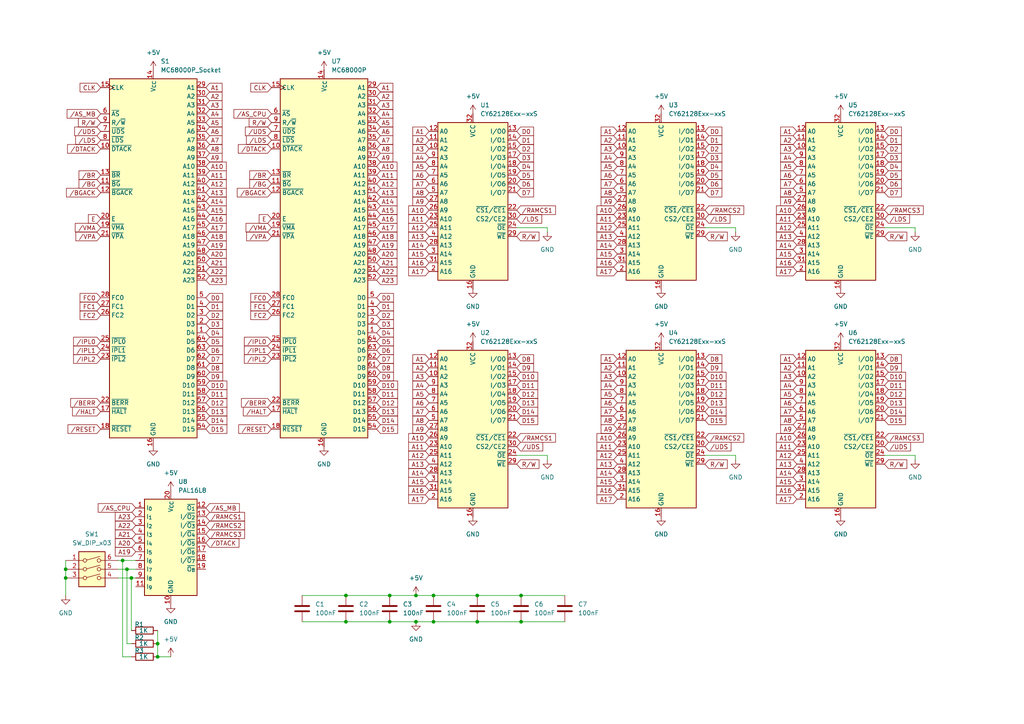
<source format=kicad_sch>
(kicad_sch (version 20250114) (generator "eeschema") (generator_version "9.0")
  (paper "A4")
  (title_block (title "Ranger Memory expansion") (date "2025-10-01") (rev "0.1"))
  (junction (at 100.33 180.34))
  (junction (at 138.43 172.72))
  (junction (at 138.43 180.34))
  (junction (at 35.56 162.56))
  (junction (at 100.33 172.72))
  (junction (at 113.03 172.72))
  (junction (at 19.05 165.1))
  (junction (at 38.1 167.64))
  (junction (at 125.73 172.72))
  (junction (at 120.65 172.72))
  (junction (at 151.13 180.34))
  (junction (at 125.73 180.34))
  (junction (at 120.65 180.34))
  (junction (at 45.72 186.69))
  (junction (at 36.83 165.1))
  (junction (at 45.72 190.5))
  (junction (at 151.13 172.72))
  (junction (at 113.03 180.34))
  (junction (at 19.05 167.64))
  (wire (pts (xy 100.33 180.34) (xy 113.03 180.34)))
  (wire (pts (xy 45.72 182.88) (xy 45.72 186.69)))
  (wire (pts (xy 38.1 167.64) (xy 38.1 182.88)))
  (wire (pts (xy 38.1 190.5) (xy 35.56 190.5)))
  (wire (pts (xy 138.43 172.72) (xy 151.13 172.72)))
  (wire (pts (xy 158.75 132.08) (xy 158.75 133.35)))
  (wire (pts (xy 256.54 66.04) (xy 265.43 66.04)))
  (wire (pts (xy 38.1 167.64) (xy 39.37 167.64)))
  (wire (pts (xy 151.13 180.34) (xy 163.83 180.34)))
  (wire (pts (xy 265.43 66.04) (xy 265.43 67.31)))
  (wire (pts (xy 256.54 132.08) (xy 265.43 132.08)))
  (wire (pts (xy 120.65 180.34) (xy 125.73 180.34)))
  (wire (pts (xy 45.72 190.5) (xy 49.53 190.5)))
  (wire (pts (xy 158.75 66.04) (xy 158.75 67.31)))
  (wire (pts (xy 36.83 186.69) (xy 38.1 186.69)))
  (wire (pts (xy 125.73 172.72) (xy 138.43 172.72)))
  (wire (pts (xy 113.03 172.72) (xy 120.65 172.72)))
  (wire (pts (xy 149.86 132.08) (xy 158.75 132.08)))
  (wire (pts (xy 19.05 167.64) (xy 19.05 172.72)))
  (wire (pts (xy 35.56 162.56) (xy 35.56 190.5)))
  (wire (pts (xy 149.86 66.04) (xy 158.75 66.04)))
  (wire (pts (xy 125.73 180.34) (xy 138.43 180.34)))
  (wire (pts (xy 36.83 165.1) (xy 36.83 186.69)))
  (wire (pts (xy 113.03 180.34) (xy 120.65 180.34)))
  (wire (pts (xy 36.83 165.1) (xy 39.37 165.1)))
  (wire (pts (xy 265.43 132.08) (xy 265.43 133.35)))
  (wire (pts (xy 204.47 132.08) (xy 213.36 132.08)))
  (wire (pts (xy 34.29 165.1) (xy 36.83 165.1)))
  (wire (pts (xy 213.36 132.08) (xy 213.36 133.35)))
  (wire (pts (xy 87.63 172.72) (xy 100.33 172.72)))
  (wire (pts (xy 213.36 66.04) (xy 213.36 67.31)))
  (wire (pts (xy 34.29 167.64) (xy 38.1 167.64)))
  (wire (pts (xy 45.72 186.69) (xy 45.72 190.5)))
  (wire (pts (xy 19.05 165.1) (xy 19.05 167.64)))
  (wire (pts (xy 34.29 162.56) (xy 35.56 162.56)))
  (wire (pts (xy 138.43 180.34) (xy 151.13 180.34)))
  (wire (pts (xy 35.56 162.56) (xy 39.37 162.56)))
  (wire (pts (xy 19.05 162.56) (xy 19.05 165.1)))
  (wire (pts (xy 100.33 172.72) (xy 113.03 172.72)))
  (wire (pts (xy 87.63 180.34) (xy 100.33 180.34)))
  (wire (pts (xy 204.47 66.04) (xy 213.36 66.04)))
  (wire (pts (xy 151.13 172.72) (xy 163.83 172.72)))
  (wire (pts (xy 120.65 172.72) (xy 125.73 172.72)))
  (global_label "D8" (shape input) (at 256.54 104.14 0) (property "Intersheetrefs" "${INTERSHEET_REFS}" (effects (hide yes))))
  (global_label "A15" (shape input) (at 124.46 139.7 180) (property "Intersheetrefs" "${INTERSHEET_REFS}" (effects (hide yes))))
  (global_label "A3" (shape input) (at 124.46 109.22 180) (property "Intersheetrefs" "${INTERSHEET_REFS}" (effects (hide yes))))
  (global_label "A7" (shape input) (at 179.07 53.34 180) (property "Intersheetrefs" "${INTERSHEET_REFS}" (effects (hide yes))))
  (global_label "A12" (shape input) (at 179.07 132.08 180) (property "Intersheetrefs" "${INTERSHEET_REFS}" (effects (hide yes))))
  (global_label "E" (shape input) (at 29.21 63.5 180) (property "Intersheetrefs" "${INTERSHEET_REFS}" (effects (hide yes))))
  (global_label "D9" (shape input) (at 149.86 106.68 0) (property "Intersheetrefs" "${INTERSHEET_REFS}" (effects (hide yes))))
  (global_label "D2" (shape input) (at 204.47 43.18 0) (property "Intersheetrefs" "${INTERSHEET_REFS}" (effects (hide yes))))
  (global_label "CLK" (shape input) (at 29.21 25.4 180) (property "Intersheetrefs" "${INTERSHEET_REFS}" (effects (hide yes))))
  (global_label "A8" (shape input) (at 179.07 55.88 180) (property "Intersheetrefs" "${INTERSHEET_REFS}" (effects (hide yes))))
  (global_label "D1" (shape input) (at 59.69 88.9 0) (property "Intersheetrefs" "${INTERSHEET_REFS}" (effects (hide yes))))
  (global_label "A18" (shape input) (at 59.69 68.58 0) (property "Intersheetrefs" "${INTERSHEET_REFS}" (effects (hide yes))))
  (global_label "A4" (shape input) (at 179.07 111.76 180) (property "Intersheetrefs" "${INTERSHEET_REFS}" (effects (hide yes))))
  (global_label "D7" (shape input) (at 59.69 104.14 0) (property "Intersheetrefs" "${INTERSHEET_REFS}" (effects (hide yes))))
  (global_label "D1" (shape input) (at 149.86 40.64 0) (property "Intersheetrefs" "${INTERSHEET_REFS}" (effects (hide yes))))
  (global_label "A14" (shape input) (at 179.07 71.12 180) (property "Intersheetrefs" "${INTERSHEET_REFS}" (effects (hide yes))))
  (global_label "D4" (shape input) (at 59.69 96.52 0) (property "Intersheetrefs" "${INTERSHEET_REFS}" (effects (hide yes))))
  (global_label "A8" (shape input) (at 231.14 55.88 180) (property "Intersheetrefs" "${INTERSHEET_REFS}" (effects (hide yes))))
  (global_label "A2" (shape input) (at 179.07 40.64 180) (property "Intersheetrefs" "${INTERSHEET_REFS}" (effects (hide yes))))
  (global_label "D7" (shape input) (at 256.54 55.88 0) (property "Intersheetrefs" "${INTERSHEET_REFS}" (effects (hide yes))))
  (global_label "{slash}AS_CPU" (shape input) (at 78.74 33.02 180) (property "Intersheetrefs" "${INTERSHEET_REFS}" (effects (hide yes))))
  (global_label "D10" (shape input) (at 59.69 111.76 0) (property "Intersheetrefs" "${INTERSHEET_REFS}" (effects (hide yes))))
  (global_label "D6" (shape input) (at 256.54 53.34 0) (property "Intersheetrefs" "${INTERSHEET_REFS}" (effects (hide yes))))
  (global_label "A16" (shape input) (at 179.07 76.2 180) (property "Intersheetrefs" "${INTERSHEET_REFS}" (effects (hide yes))))
  (global_label "{slash}RAMCS3" (shape input) (at 256.54 127 0) (property "Intersheetrefs" "${INTERSHEET_REFS}" (effects (hide yes))))
  (global_label "D14" (shape input) (at 149.86 119.38 0) (property "Intersheetrefs" "${INTERSHEET_REFS}" (effects (hide yes))))
  (global_label "{slash}RESET" (shape input) (at 78.74 124.46 180) (property "Intersheetrefs" "${INTERSHEET_REFS}" (effects (hide yes))))
  (global_label "D14" (shape input) (at 256.54 119.38 0) (property "Intersheetrefs" "${INTERSHEET_REFS}" (effects (hide yes))))
  (global_label "A17" (shape input) (at 231.14 144.78 180) (property "Intersheetrefs" "${INTERSHEET_REFS}" (effects (hide yes))))
  (global_label "D3" (shape input) (at 204.47 45.72 0) (property "Intersheetrefs" "${INTERSHEET_REFS}" (effects (hide yes))))
  (global_label "D5" (shape input) (at 59.69 99.06 0) (property "Intersheetrefs" "${INTERSHEET_REFS}" (effects (hide yes))))
  (global_label "D10" (shape input) (at 149.86 109.22 0) (property "Intersheetrefs" "${INTERSHEET_REFS}" (effects (hide yes))))
  (global_label "A7" (shape input) (at 109.22 40.64 0) (property "Intersheetrefs" "${INTERSHEET_REFS}" (effects (hide yes))))
  (global_label "A5" (shape input) (at 231.14 48.26 180) (property "Intersheetrefs" "${INTERSHEET_REFS}" (effects (hide yes))))
  (global_label "A2" (shape input) (at 124.46 40.64 180) (property "Intersheetrefs" "${INTERSHEET_REFS}" (effects (hide yes))))
  (global_label "A1" (shape input) (at 231.14 38.1 180) (property "Intersheetrefs" "${INTERSHEET_REFS}" (effects (hide yes))))
  (global_label "A9" (shape input) (at 179.07 124.46 180) (property "Intersheetrefs" "${INTERSHEET_REFS}" (effects (hide yes))))
  (global_label "D11" (shape input) (at 256.54 111.76 0) (property "Intersheetrefs" "${INTERSHEET_REFS}" (effects (hide yes))))
  (global_label "A9" (shape input) (at 109.22 45.72 0) (property "Intersheetrefs" "${INTERSHEET_REFS}" (effects (hide yes))))
  (global_label "{slash}BGACK" (shape input) (at 29.21 55.88 180) (property "Intersheetrefs" "${INTERSHEET_REFS}" (effects (hide yes))))
  (global_label "A2" (shape input) (at 179.07 106.68 180) (property "Intersheetrefs" "${INTERSHEET_REFS}" (effects (hide yes))))
  (global_label "D3" (shape input) (at 59.69 93.98 0) (property "Intersheetrefs" "${INTERSHEET_REFS}" (effects (hide yes))))
  (global_label "D15" (shape input) (at 149.86 121.92 0) (property "Intersheetrefs" "${INTERSHEET_REFS}" (effects (hide yes))))
  (global_label "A15" (shape input) (at 109.22 60.96 0) (property "Intersheetrefs" "${INTERSHEET_REFS}" (effects (hide yes))))
  (global_label "A7" (shape input) (at 59.69 40.64 0) (property "Intersheetrefs" "${INTERSHEET_REFS}" (effects (hide yes))))
  (global_label "A5" (shape input) (at 109.22 35.56 0) (property "Intersheetrefs" "${INTERSHEET_REFS}" (effects (hide yes))))
  (global_label "A13" (shape input) (at 231.14 134.62 180) (property "Intersheetrefs" "${INTERSHEET_REFS}" (effects (hide yes))))
  (global_label "D15" (shape input) (at 109.22 124.46 0) (property "Intersheetrefs" "${INTERSHEET_REFS}" (effects (hide yes))))
  (global_label "D15" (shape input) (at 59.69 124.46 0) (property "Intersheetrefs" "${INTERSHEET_REFS}" (effects (hide yes))))
  (global_label "D7" (shape input) (at 204.47 55.88 0) (property "Intersheetrefs" "${INTERSHEET_REFS}" (effects (hide yes))))
  (global_label "A4" (shape input) (at 179.07 45.72 180) (property "Intersheetrefs" "${INTERSHEET_REFS}" (effects (hide yes))))
  (global_label "A6" (shape input) (at 179.07 50.8 180) (property "Intersheetrefs" "${INTERSHEET_REFS}" (effects (hide yes))))
  (global_label "{slash}AS_CPU" (shape input) (at 39.37 147.32 180) (property "Intersheetrefs" "${INTERSHEET_REFS}" (effects (hide yes))))
  (global_label "A23" (shape input) (at 59.69 81.28 0) (property "Intersheetrefs" "${INTERSHEET_REFS}" (effects (hide yes))))
  (global_label "A8" (shape input) (at 231.14 121.92 180) (property "Intersheetrefs" "${INTERSHEET_REFS}" (effects (hide yes))))
  (global_label "D12" (shape input) (at 59.69 116.84 0) (property "Intersheetrefs" "${INTERSHEET_REFS}" (effects (hide yes))))
  (global_label "D3" (shape input) (at 149.86 45.72 0) (property "Intersheetrefs" "${INTERSHEET_REFS}" (effects (hide yes))))
  (global_label "A21" (shape input) (at 109.22 76.2 0) (property "Intersheetrefs" "${INTERSHEET_REFS}" (effects (hide yes))))
  (global_label "{slash}AS_MB" (shape input) (at 59.69 147.32 0) (property "Intersheetrefs" "${INTERSHEET_REFS}" (effects (hide yes))))
  (global_label "A14" (shape input) (at 179.07 137.16 180) (property "Intersheetrefs" "${INTERSHEET_REFS}" (effects (hide yes))))
  (global_label "D13" (shape input) (at 149.86 116.84 0) (property "Intersheetrefs" "${INTERSHEET_REFS}" (effects (hide yes))))
  (global_label "A17" (shape input) (at 124.46 78.74 180) (property "Intersheetrefs" "${INTERSHEET_REFS}" (effects (hide yes))))
  (global_label "A4" (shape input) (at 59.69 33.02 0) (property "Intersheetrefs" "${INTERSHEET_REFS}" (effects (hide yes))))
  (global_label "A17" (shape input) (at 59.69 66.04 0) (property "Intersheetrefs" "${INTERSHEET_REFS}" (effects (hide yes))))
  (global_label "A13" (shape input) (at 179.07 68.58 180) (property "Intersheetrefs" "${INTERSHEET_REFS}" (effects (hide yes))))
  (global_label "D0" (shape input) (at 204.47 38.1 0) (property "Intersheetrefs" "${INTERSHEET_REFS}" (effects (hide yes))))
  (global_label "A17" (shape input) (at 109.22 66.04 0) (property "Intersheetrefs" "${INTERSHEET_REFS}" (effects (hide yes))))
  (global_label "A3" (shape input) (at 179.07 43.18 180) (property "Intersheetrefs" "${INTERSHEET_REFS}" (effects (hide yes))))
  (global_label "A10" (shape input) (at 179.07 60.96 180) (property "Intersheetrefs" "${INTERSHEET_REFS}" (effects (hide yes))))
  (global_label "{slash}IPL2" (shape input) (at 29.21 104.14 180) (property "Intersheetrefs" "${INTERSHEET_REFS}" (effects (hide yes))))
  (global_label "A7" (shape input) (at 231.14 119.38 180) (property "Intersheetrefs" "${INTERSHEET_REFS}" (effects (hide yes))))
  (global_label "D5" (shape input) (at 149.86 50.8 0) (property "Intersheetrefs" "${INTERSHEET_REFS}" (effects (hide yes))))
  (global_label "FC2" (shape input) (at 29.21 91.44 180) (property "Intersheetrefs" "${INTERSHEET_REFS}" (effects (hide yes))))
  (global_label "A11" (shape input) (at 59.69 50.8 0) (property "Intersheetrefs" "${INTERSHEET_REFS}" (effects (hide yes))))
  (global_label "D13" (shape input) (at 204.47 116.84 0) (property "Intersheetrefs" "${INTERSHEET_REFS}" (effects (hide yes))))
  (global_label "{slash}IPL1" (shape input) (at 29.21 101.6 180) (property "Intersheetrefs" "${INTERSHEET_REFS}" (effects (hide yes))))
  (global_label "A5" (shape input) (at 59.69 35.56 0) (property "Intersheetrefs" "${INTERSHEET_REFS}" (effects (hide yes))))
  (global_label "R{slash}W" (shape input) (at 78.74 35.56 180) (property "Intersheetrefs" "${INTERSHEET_REFS}" (effects (hide yes))))
  (global_label "R{slash}W" (shape input) (at 204.47 134.62 0) (property "Intersheetrefs" "${INTERSHEET_REFS}" (effects (hide yes))))
  (global_label "A2" (shape input) (at 124.46 106.68 180) (property "Intersheetrefs" "${INTERSHEET_REFS}" (effects (hide yes))))
  (global_label "D13" (shape input) (at 59.69 119.38 0) (property "Intersheetrefs" "${INTERSHEET_REFS}" (effects (hide yes))))
  (global_label "A16" (shape input) (at 109.22 63.5 0) (property "Intersheetrefs" "${INTERSHEET_REFS}" (effects (hide yes))))
  (global_label "R{slash}W" (shape input) (at 256.54 68.58 0) (property "Intersheetrefs" "${INTERSHEET_REFS}" (effects (hide yes))))
  (global_label "A20" (shape input) (at 59.69 73.66 0) (property "Intersheetrefs" "${INTERSHEET_REFS}" (effects (hide yes))))
  (global_label "A19" (shape input) (at 39.37 160.02 180) (property "Intersheetrefs" "${INTERSHEET_REFS}" (effects (hide yes))))
  (global_label "{slash}BGACK" (shape input) (at 78.74 55.88 180) (property "Intersheetrefs" "${INTERSHEET_REFS}" (effects (hide yes))))
  (global_label "A7" (shape input) (at 231.14 53.34 180) (property "Intersheetrefs" "${INTERSHEET_REFS}" (effects (hide yes))))
  (global_label "A5" (shape input) (at 179.07 114.3 180) (property "Intersheetrefs" "${INTERSHEET_REFS}" (effects (hide yes))))
  (global_label "D0" (shape input) (at 149.86 38.1 0) (property "Intersheetrefs" "${INTERSHEET_REFS}" (effects (hide yes))))
  (global_label "{slash}BERR" (shape input) (at 29.21 116.84 180) (property "Intersheetrefs" "${INTERSHEET_REFS}" (effects (hide yes))))
  (global_label "D1" (shape input) (at 109.22 88.9 0) (property "Intersheetrefs" "${INTERSHEET_REFS}" (effects (hide yes))))
  (global_label "{slash}RAMCS1" (shape input) (at 149.86 127 0) (property "Intersheetrefs" "${INTERSHEET_REFS}" (effects (hide yes))))
  (global_label "A12" (shape input) (at 179.07 66.04 180) (property "Intersheetrefs" "${INTERSHEET_REFS}" (effects (hide yes))))
  (global_label "D13" (shape input) (at 109.22 119.38 0) (property "Intersheetrefs" "${INTERSHEET_REFS}" (effects (hide yes))))
  (global_label "A19" (shape input) (at 59.69 71.12 0) (property "Intersheetrefs" "${INTERSHEET_REFS}" (effects (hide yes))))
  (global_label "A20" (shape input) (at 39.37 157.48 180) (property "Intersheetrefs" "${INTERSHEET_REFS}" (effects (hide yes))))
  (global_label "{slash}BG" (shape input) (at 29.21 53.34 180) (property "Intersheetrefs" "${INTERSHEET_REFS}" (effects (hide yes))))
  (global_label "{slash}RAMCS2" (shape input) (at 204.47 127 0) (property "Intersheetrefs" "${INTERSHEET_REFS}" (effects (hide yes))))
  (global_label "A14" (shape input) (at 124.46 71.12 180) (property "Intersheetrefs" "${INTERSHEET_REFS}" (effects (hide yes))))
  (global_label "A6" (shape input) (at 109.22 38.1 0) (property "Intersheetrefs" "${INTERSHEET_REFS}" (effects (hide yes))))
  (global_label "A13" (shape input) (at 59.69 55.88 0) (property "Intersheetrefs" "${INTERSHEET_REFS}" (effects (hide yes))))
  (global_label "A10" (shape input) (at 231.14 60.96 180) (property "Intersheetrefs" "${INTERSHEET_REFS}" (effects (hide yes))))
  (global_label "A11" (shape input) (at 124.46 129.54 180) (property "Intersheetrefs" "${INTERSHEET_REFS}" (effects (hide yes))))
  (global_label "A12" (shape input) (at 231.14 66.04 180) (property "Intersheetrefs" "${INTERSHEET_REFS}" (effects (hide yes))))
  (global_label "A3" (shape input) (at 124.46 43.18 180) (property "Intersheetrefs" "${INTERSHEET_REFS}" (effects (hide yes))))
  (global_label "A8" (shape input) (at 179.07 121.92 180) (property "Intersheetrefs" "${INTERSHEET_REFS}" (effects (hide yes))))
  (global_label "A9" (shape input) (at 124.46 58.42 180) (property "Intersheetrefs" "${INTERSHEET_REFS}" (effects (hide yes))))
  (global_label "D9" (shape input) (at 256.54 106.68 0) (property "Intersheetrefs" "${INTERSHEET_REFS}" (effects (hide yes))))
  (global_label "A5" (shape input) (at 124.46 114.3 180) (property "Intersheetrefs" "${INTERSHEET_REFS}" (effects (hide yes))))
  (global_label "D0" (shape input) (at 109.22 86.36 0) (property "Intersheetrefs" "${INTERSHEET_REFS}" (effects (hide yes))))
  (global_label "D1" (shape input) (at 256.54 40.64 0) (property "Intersheetrefs" "${INTERSHEET_REFS}" (effects (hide yes))))
  (global_label "A11" (shape input) (at 124.46 63.5 180) (property "Intersheetrefs" "${INTERSHEET_REFS}" (effects (hide yes))))
  (global_label "D6" (shape input) (at 59.69 101.6 0) (property "Intersheetrefs" "${INTERSHEET_REFS}" (effects (hide yes))))
  (global_label "{slash}UDS" (shape input) (at 204.47 129.54 0) (property "Intersheetrefs" "${INTERSHEET_REFS}" (effects (hide yes))))
  (global_label "A20" (shape input) (at 109.22 73.66 0) (property "Intersheetrefs" "${INTERSHEET_REFS}" (effects (hide yes))))
  (global_label "A17" (shape input) (at 124.46 144.78 180) (property "Intersheetrefs" "${INTERSHEET_REFS}" (effects (hide yes))))
  (global_label "{slash}IPL0" (shape input) (at 29.21 99.06 180) (property "Intersheetrefs" "${INTERSHEET_REFS}" (effects (hide yes))))
  (global_label "A13" (shape input) (at 179.07 134.62 180) (property "Intersheetrefs" "${INTERSHEET_REFS}" (effects (hide yes))))
  (global_label "A3" (shape input) (at 59.69 30.48 0) (property "Intersheetrefs" "${INTERSHEET_REFS}" (effects (hide yes))))
  (global_label "{slash}RAMCS1" (shape input) (at 149.86 60.96 0) (property "Intersheetrefs" "${INTERSHEET_REFS}" (effects (hide yes))))
  (global_label "D3" (shape input) (at 109.22 93.98 0) (property "Intersheetrefs" "${INTERSHEET_REFS}" (effects (hide yes))))
  (global_label "A3" (shape input) (at 179.07 109.22 180) (property "Intersheetrefs" "${INTERSHEET_REFS}" (effects (hide yes))))
  (global_label "A7" (shape input) (at 179.07 119.38 180) (property "Intersheetrefs" "${INTERSHEET_REFS}" (effects (hide yes))))
  (global_label "A1" (shape input) (at 109.22 25.4 0) (property "Intersheetrefs" "${INTERSHEET_REFS}" (effects (hide yes))))
  (global_label "{slash}AS_MB" (shape input) (at 29.21 33.02 180) (property "Intersheetrefs" "${INTERSHEET_REFS}" (effects (hide yes))))
  (global_label "A3" (shape input) (at 231.14 109.22 180) (property "Intersheetrefs" "${INTERSHEET_REFS}" (effects (hide yes))))
  (global_label "A15" (shape input) (at 179.07 73.66 180) (property "Intersheetrefs" "${INTERSHEET_REFS}" (effects (hide yes))))
  (global_label "A23" (shape input) (at 109.22 81.28 0) (property "Intersheetrefs" "${INTERSHEET_REFS}" (effects (hide yes))))
  (global_label "A14" (shape input) (at 231.14 137.16 180) (property "Intersheetrefs" "${INTERSHEET_REFS}" (effects (hide yes))))
  (global_label "D9" (shape input) (at 204.47 106.68 0) (property "Intersheetrefs" "${INTERSHEET_REFS}" (effects (hide yes))))
  (global_label "A14" (shape input) (at 109.22 58.42 0) (property "Intersheetrefs" "${INTERSHEET_REFS}" (effects (hide yes))))
  (global_label "{slash}LDS" (shape input) (at 149.86 63.5 0) (property "Intersheetrefs" "${INTERSHEET_REFS}" (effects (hide yes))))
  (global_label "A16" (shape input) (at 124.46 76.2 180) (property "Intersheetrefs" "${INTERSHEET_REFS}" (effects (hide yes))))
  (global_label "A1" (shape input) (at 124.46 104.14 180) (property "Intersheetrefs" "${INTERSHEET_REFS}" (effects (hide yes))))
  (global_label "A13" (shape input) (at 231.14 68.58 180) (property "Intersheetrefs" "${INTERSHEET_REFS}" (effects (hide yes))))
  (global_label "A16" (shape input) (at 179.07 142.24 180) (property "Intersheetrefs" "${INTERSHEET_REFS}" (effects (hide yes))))
  (global_label "{slash}VMA" (shape input) (at 29.21 66.04 180) (property "Intersheetrefs" "${INTERSHEET_REFS}" (effects (hide yes))))
  (global_label "D13" (shape input) (at 256.54 116.84 0) (property "Intersheetrefs" "${INTERSHEET_REFS}" (effects (hide yes))))
  (global_label "{slash}BR" (shape input) (at 78.74 50.8 180) (property "Intersheetrefs" "${INTERSHEET_REFS}" (effects (hide yes))))
  (global_label "A10" (shape input) (at 59.69 48.26 0) (property "Intersheetrefs" "${INTERSHEET_REFS}" (effects (hide yes))))
  (global_label "A5" (shape input) (at 231.14 114.3 180) (property "Intersheetrefs" "${INTERSHEET_REFS}" (effects (hide yes))))
  (global_label "A7" (shape input) (at 124.46 119.38 180) (property "Intersheetrefs" "${INTERSHEET_REFS}" (effects (hide yes))))
  (global_label "A2" (shape input) (at 231.14 106.68 180) (property "Intersheetrefs" "${INTERSHEET_REFS}" (effects (hide yes))))
  (global_label "A16" (shape input) (at 231.14 142.24 180) (property "Intersheetrefs" "${INTERSHEET_REFS}" (effects (hide yes))))
  (global_label "A11" (shape input) (at 179.07 129.54 180) (property "Intersheetrefs" "${INTERSHEET_REFS}" (effects (hide yes))))
  (global_label "A4" (shape input) (at 124.46 45.72 180) (property "Intersheetrefs" "${INTERSHEET_REFS}" (effects (hide yes))))
  (global_label "A11" (shape input) (at 231.14 63.5 180) (property "Intersheetrefs" "${INTERSHEET_REFS}" (effects (hide yes))))
  (global_label "{slash}BERR" (shape input) (at 78.74 116.84 180) (property "Intersheetrefs" "${INTERSHEET_REFS}" (effects (hide yes))))
  (global_label "A9" (shape input) (at 179.07 58.42 180) (property "Intersheetrefs" "${INTERSHEET_REFS}" (effects (hide yes))))
  (global_label "D3" (shape input) (at 256.54 45.72 0) (property "Intersheetrefs" "${INTERSHEET_REFS}" (effects (hide yes))))
  (global_label "A11" (shape input) (at 179.07 63.5 180) (property "Intersheetrefs" "${INTERSHEET_REFS}" (effects (hide yes))))
  (global_label "R{slash}W" (shape input) (at 149.86 68.58 0) (property "Intersheetrefs" "${INTERSHEET_REFS}" (effects (hide yes))))
  (global_label "A4" (shape input) (at 231.14 45.72 180) (property "Intersheetrefs" "${INTERSHEET_REFS}" (effects (hide yes))))
  (global_label "D4" (shape input) (at 204.47 48.26 0) (property "Intersheetrefs" "${INTERSHEET_REFS}" (effects (hide yes))))
  (global_label "{slash}VPA" (shape input) (at 29.21 68.58 180) (property "Intersheetrefs" "${INTERSHEET_REFS}" (effects (hide yes))))
  (global_label "A12" (shape input) (at 124.46 132.08 180) (property "Intersheetrefs" "${INTERSHEET_REFS}" (effects (hide yes))))
  (global_label "D8" (shape input) (at 59.69 106.68 0) (property "Intersheetrefs" "${INTERSHEET_REFS}" (effects (hide yes))))
  (global_label "A10" (shape input) (at 179.07 127 180) (property "Intersheetrefs" "${INTERSHEET_REFS}" (effects (hide yes))))
  (global_label "A15" (shape input) (at 231.14 139.7 180) (property "Intersheetrefs" "${INTERSHEET_REFS}" (effects (hide yes))))
  (global_label "{slash}RESET" (shape input) (at 29.21 124.46 180) (property "Intersheetrefs" "${INTERSHEET_REFS}" (effects (hide yes))))
  (global_label "{slash}UDS" (shape input) (at 29.21 38.1 180) (property "Intersheetrefs" "${INTERSHEET_REFS}" (effects (hide yes))))
  (global_label "FC0" (shape input) (at 29.21 86.36 180) (property "Intersheetrefs" "${INTERSHEET_REFS}" (effects (hide yes))))
  (global_label "D5" (shape input) (at 256.54 50.8 0) (property "Intersheetrefs" "${INTERSHEET_REFS}" (effects (hide yes))))
  (global_label "A22" (shape input) (at 59.69 78.74 0) (property "Intersheetrefs" "${INTERSHEET_REFS}" (effects (hide yes))))
  (global_label "A4" (shape input) (at 231.14 111.76 180) (property "Intersheetrefs" "${INTERSHEET_REFS}" (effects (hide yes))))
  (global_label "{slash}DTACK" (shape input) (at 29.21 43.18 180) (property "Intersheetrefs" "${INTERSHEET_REFS}" (effects (hide yes))))
  (global_label "A12" (shape input) (at 231.14 132.08 180) (property "Intersheetrefs" "${INTERSHEET_REFS}" (effects (hide yes))))
  (global_label "D9" (shape input) (at 109.22 109.22 0) (property "Intersheetrefs" "${INTERSHEET_REFS}" (effects (hide yes))))
  (global_label "A12" (shape input) (at 109.22 53.34 0) (property "Intersheetrefs" "${INTERSHEET_REFS}" (effects (hide yes))))
  (global_label "D11" (shape input) (at 204.47 111.76 0) (property "Intersheetrefs" "${INTERSHEET_REFS}" (effects (hide yes))))
  (global_label "A6" (shape input) (at 59.69 38.1 0) (property "Intersheetrefs" "${INTERSHEET_REFS}" (effects (hide yes))))
  (global_label "{slash}IPL0" (shape input) (at 78.74 99.06 180) (property "Intersheetrefs" "${INTERSHEET_REFS}" (effects (hide yes))))
  (global_label "A1" (shape input) (at 124.46 38.1 180) (property "Intersheetrefs" "${INTERSHEET_REFS}" (effects (hide yes))))
  (global_label "D5" (shape input) (at 109.22 99.06 0) (property "Intersheetrefs" "${INTERSHEET_REFS}" (effects (hide yes))))
  (global_label "D4" (shape input) (at 109.22 96.52 0) (property "Intersheetrefs" "${INTERSHEET_REFS}" (effects (hide yes))))
  (global_label "A19" (shape input) (at 109.22 71.12 0) (property "Intersheetrefs" "${INTERSHEET_REFS}" (effects (hide yes))))
  (global_label "A4" (shape input) (at 109.22 33.02 0) (property "Intersheetrefs" "${INTERSHEET_REFS}" (effects (hide yes))))
  (global_label "A5" (shape input) (at 124.46 48.26 180) (property "Intersheetrefs" "${INTERSHEET_REFS}" (effects (hide yes))))
  (global_label "R{slash}W" (shape input) (at 149.86 134.62 0) (property "Intersheetrefs" "${INTERSHEET_REFS}" (effects (hide yes))))
  (global_label "D6" (shape input) (at 149.86 53.34 0) (property "Intersheetrefs" "${INTERSHEET_REFS}" (effects (hide yes))))
  (global_label "{slash}RAMCS2" (shape input) (at 59.69 152.4 0) (property "Intersheetrefs" "${INTERSHEET_REFS}" (effects (hide yes))))
  (global_label "D0" (shape input) (at 256.54 38.1 0) (property "Intersheetrefs" "${INTERSHEET_REFS}" (effects (hide yes))))
  (global_label "{slash}HALT" (shape input) (at 29.21 119.38 180) (property "Intersheetrefs" "${INTERSHEET_REFS}" (effects (hide yes))))
  (global_label "A14" (shape input) (at 231.14 71.12 180) (property "Intersheetrefs" "${INTERSHEET_REFS}" (effects (hide yes))))
  (global_label "A13" (shape input) (at 124.46 68.58 180) (property "Intersheetrefs" "${INTERSHEET_REFS}" (effects (hide yes))))
  (global_label "A3" (shape input) (at 109.22 30.48 0) (property "Intersheetrefs" "${INTERSHEET_REFS}" (effects (hide yes))))
  (global_label "{slash}RAMCS3" (shape input) (at 59.69 154.94 0) (property "Intersheetrefs" "${INTERSHEET_REFS}" (effects (hide yes))))
  (global_label "R{slash}W" (shape input) (at 204.47 68.58 0) (property "Intersheetrefs" "${INTERSHEET_REFS}" (effects (hide yes))))
  (global_label "D8" (shape input) (at 204.47 104.14 0) (property "Intersheetrefs" "${INTERSHEET_REFS}" (effects (hide yes))))
  (global_label "{slash}DTACK" (shape input) (at 59.69 157.48 0) (property "Intersheetrefs" "${INTERSHEET_REFS}" (effects (hide yes))))
  (global_label "A6" (shape input) (at 124.46 50.8 180) (property "Intersheetrefs" "${INTERSHEET_REFS}" (effects (hide yes))))
  (global_label "A10" (shape input) (at 124.46 60.96 180) (property "Intersheetrefs" "${INTERSHEET_REFS}" (effects (hide yes))))
  (global_label "{slash}VPA" (shape input) (at 78.74 68.58 180) (property "Intersheetrefs" "${INTERSHEET_REFS}" (effects (hide yes))))
  (global_label "D14" (shape input) (at 59.69 121.92 0) (property "Intersheetrefs" "${INTERSHEET_REFS}" (effects (hide yes))))
  (global_label "A9" (shape input) (at 231.14 58.42 180) (property "Intersheetrefs" "${INTERSHEET_REFS}" (effects (hide yes))))
  (global_label "A21" (shape input) (at 39.37 154.94 180) (property "Intersheetrefs" "${INTERSHEET_REFS}" (effects (hide yes))))
  (global_label "E" (shape input) (at 78.74 63.5 180) (property "Intersheetrefs" "${INTERSHEET_REFS}" (effects (hide yes))))
  (global_label "A9" (shape input) (at 231.14 124.46 180) (property "Intersheetrefs" "${INTERSHEET_REFS}" (effects (hide yes))))
  (global_label "D2" (shape input) (at 256.54 43.18 0) (property "Intersheetrefs" "${INTERSHEET_REFS}" (effects (hide yes))))
  (global_label "R{slash}W" (shape input) (at 29.21 35.56 180) (property "Intersheetrefs" "${INTERSHEET_REFS}" (effects (hide yes))))
  (global_label "D10" (shape input) (at 256.54 109.22 0) (property "Intersheetrefs" "${INTERSHEET_REFS}" (effects (hide yes))))
  (global_label "{slash}BR" (shape input) (at 29.21 50.8 180) (property "Intersheetrefs" "${INTERSHEET_REFS}" (effects (hide yes))))
  (global_label "{slash}DTACK" (shape input) (at 78.74 43.18 180) (property "Intersheetrefs" "${INTERSHEET_REFS}" (effects (hide yes))))
  (global_label "A22" (shape input) (at 39.37 152.4 180) (property "Intersheetrefs" "${INTERSHEET_REFS}" (effects (hide yes))))
  (global_label "A10" (shape input) (at 109.22 48.26 0) (property "Intersheetrefs" "${INTERSHEET_REFS}" (effects (hide yes))))
  (global_label "D9" (shape input) (at 59.69 109.22 0) (property "Intersheetrefs" "${INTERSHEET_REFS}" (effects (hide yes))))
  (global_label "A6" (shape input) (at 179.07 116.84 180) (property "Intersheetrefs" "${INTERSHEET_REFS}" (effects (hide yes))))
  (global_label "A16" (shape input) (at 124.46 142.24 180) (property "Intersheetrefs" "${INTERSHEET_REFS}" (effects (hide yes))))
  (global_label "D12" (shape input) (at 204.47 114.3 0) (property "Intersheetrefs" "${INTERSHEET_REFS}" (effects (hide yes))))
  (global_label "A1" (shape input) (at 59.69 25.4 0) (property "Intersheetrefs" "${INTERSHEET_REFS}" (effects (hide yes))))
  (global_label "{slash}RAMCS2" (shape input) (at 204.47 60.96 0) (property "Intersheetrefs" "${INTERSHEET_REFS}" (effects (hide yes))))
  (global_label "A11" (shape input) (at 231.14 129.54 180) (property "Intersheetrefs" "${INTERSHEET_REFS}" (effects (hide yes))))
  (global_label "A14" (shape input) (at 59.69 58.42 0) (property "Intersheetrefs" "${INTERSHEET_REFS}" (effects (hide yes))))
  (global_label "D11" (shape input) (at 149.86 111.76 0) (property "Intersheetrefs" "${INTERSHEET_REFS}" (effects (hide yes))))
  (global_label "{slash}RAMCS1" (shape input) (at 59.69 149.86 0) (property "Intersheetrefs" "${INTERSHEET_REFS}" (effects (hide yes))))
  (global_label "A13" (shape input) (at 124.46 134.62 180) (property "Intersheetrefs" "${INTERSHEET_REFS}" (effects (hide yes))))
  (global_label "D11" (shape input) (at 109.22 114.3 0) (property "Intersheetrefs" "${INTERSHEET_REFS}" (effects (hide yes))))
  (global_label "A10" (shape input) (at 124.46 127 180) (property "Intersheetrefs" "${INTERSHEET_REFS}" (effects (hide yes))))
  (global_label "FC1" (shape input) (at 78.74 88.9 180) (property "Intersheetrefs" "${INTERSHEET_REFS}" (effects (hide yes))))
  (global_label "A12" (shape input) (at 124.46 66.04 180) (property "Intersheetrefs" "${INTERSHEET_REFS}" (effects (hide yes))))
  (global_label "{slash}IPL2" (shape input) (at 78.74 104.14 180) (property "Intersheetrefs" "${INTERSHEET_REFS}" (effects (hide yes))))
  (global_label "A22" (shape input) (at 109.22 78.74 0) (property "Intersheetrefs" "${INTERSHEET_REFS}" (effects (hide yes))))
  (global_label "A15" (shape input) (at 124.46 73.66 180) (property "Intersheetrefs" "${INTERSHEET_REFS}" (effects (hide yes))))
  (global_label "{slash}BG" (shape input) (at 78.74 53.34 180) (property "Intersheetrefs" "${INTERSHEET_REFS}" (effects (hide yes))))
  (global_label "{slash}UDS" (shape input) (at 149.86 129.54 0) (property "Intersheetrefs" "${INTERSHEET_REFS}" (effects (hide yes))))
  (global_label "D4" (shape input) (at 149.86 48.26 0) (property "Intersheetrefs" "${INTERSHEET_REFS}" (effects (hide yes))))
  (global_label "D10" (shape input) (at 204.47 109.22 0) (property "Intersheetrefs" "${INTERSHEET_REFS}" (effects (hide yes))))
  (global_label "D7" (shape input) (at 109.22 104.14 0) (property "Intersheetrefs" "${INTERSHEET_REFS}" (effects (hide yes))))
  (global_label "D12" (shape input) (at 256.54 114.3 0) (property "Intersheetrefs" "${INTERSHEET_REFS}" (effects (hide yes))))
  (global_label "{slash}UDS" (shape input) (at 78.74 38.1 180) (property "Intersheetrefs" "${INTERSHEET_REFS}" (effects (hide yes))))
  (global_label "{slash}HALT" (shape input) (at 78.74 119.38 180) (property "Intersheetrefs" "${INTERSHEET_REFS}" (effects (hide yes))))
  (global_label "D2" (shape input) (at 149.86 43.18 0) (property "Intersheetrefs" "${INTERSHEET_REFS}" (effects (hide yes))))
  (global_label "D0" (shape input) (at 59.69 86.36 0) (property "Intersheetrefs" "${INTERSHEET_REFS}" (effects (hide yes))))
  (global_label "A2" (shape input) (at 231.14 40.64 180) (property "Intersheetrefs" "${INTERSHEET_REFS}" (effects (hide yes))))
  (global_label "{slash}IPL1" (shape input) (at 78.74 101.6 180) (property "Intersheetrefs" "${INTERSHEET_REFS}" (effects (hide yes))))
  (global_label "A9" (shape input) (at 59.69 45.72 0) (property "Intersheetrefs" "${INTERSHEET_REFS}" (effects (hide yes))))
  (global_label "{slash}LDS" (shape input) (at 29.21 40.64 180) (property "Intersheetrefs" "${INTERSHEET_REFS}" (effects (hide yes))))
  (global_label "A18" (shape input) (at 109.22 68.58 0) (property "Intersheetrefs" "${INTERSHEET_REFS}" (effects (hide yes))))
  (global_label "A1" (shape input) (at 231.14 104.14 180) (property "Intersheetrefs" "${INTERSHEET_REFS}" (effects (hide yes))))
  (global_label "A15" (shape input) (at 231.14 73.66 180) (property "Intersheetrefs" "${INTERSHEET_REFS}" (effects (hide yes))))
  (global_label "D8" (shape input) (at 149.86 104.14 0) (property "Intersheetrefs" "${INTERSHEET_REFS}" (effects (hide yes))))
  (global_label "FC0" (shape input) (at 78.74 86.36 180) (property "Intersheetrefs" "${INTERSHEET_REFS}" (effects (hide yes))))
  (global_label "A2" (shape input) (at 59.69 27.94 0) (property "Intersheetrefs" "${INTERSHEET_REFS}" (effects (hide yes))))
  (global_label "CLK" (shape input) (at 78.74 25.4 180) (property "Intersheetrefs" "${INTERSHEET_REFS}" (effects (hide yes))))
  (global_label "A8" (shape input) (at 59.69 43.18 0) (property "Intersheetrefs" "${INTERSHEET_REFS}" (effects (hide yes))))
  (global_label "A17" (shape input) (at 179.07 78.74 180) (property "Intersheetrefs" "${INTERSHEET_REFS}" (effects (hide yes))))
  (global_label "A13" (shape input) (at 109.22 55.88 0) (property "Intersheetrefs" "${INTERSHEET_REFS}" (effects (hide yes))))
  (global_label "D11" (shape input) (at 59.69 114.3 0) (property "Intersheetrefs" "${INTERSHEET_REFS}" (effects (hide yes))))
  (global_label "A12" (shape input) (at 59.69 53.34 0) (property "Intersheetrefs" "${INTERSHEET_REFS}" (effects (hide yes))))
  (global_label "A1" (shape input) (at 179.07 38.1 180) (property "Intersheetrefs" "${INTERSHEET_REFS}" (effects (hide yes))))
  (global_label "A9" (shape input) (at 124.46 124.46 180) (property "Intersheetrefs" "${INTERSHEET_REFS}" (effects (hide yes))))
  (global_label "D1" (shape input) (at 204.47 40.64 0) (property "Intersheetrefs" "${INTERSHEET_REFS}" (effects (hide yes))))
  (global_label "D15" (shape input) (at 204.47 121.92 0) (property "Intersheetrefs" "${INTERSHEET_REFS}" (effects (hide yes))))
  (global_label "FC1" (shape input) (at 29.21 88.9 180) (property "Intersheetrefs" "${INTERSHEET_REFS}" (effects (hide yes))))
  (global_label "A10" (shape input) (at 231.14 127 180) (property "Intersheetrefs" "${INTERSHEET_REFS}" (effects (hide yes))))
  (global_label "A15" (shape input) (at 179.07 139.7 180) (property "Intersheetrefs" "${INTERSHEET_REFS}" (effects (hide yes))))
  (global_label "A1" (shape input) (at 179.07 104.14 180) (property "Intersheetrefs" "${INTERSHEET_REFS}" (effects (hide yes))))
  (global_label "A6" (shape input) (at 231.14 50.8 180) (property "Intersheetrefs" "${INTERSHEET_REFS}" (effects (hide yes))))
  (global_label "R{slash}W" (shape input) (at 256.54 134.62 0) (property "Intersheetrefs" "${INTERSHEET_REFS}" (effects (hide yes))))
  (global_label "A8" (shape input) (at 124.46 121.92 180) (property "Intersheetrefs" "${INTERSHEET_REFS}" (effects (hide yes))))
  (global_label "{slash}LDS" (shape input) (at 78.74 40.64 180) (property "Intersheetrefs" "${INTERSHEET_REFS}" (effects (hide yes))))
  (global_label "D8" (shape input) (at 109.22 106.68 0) (property "Intersheetrefs" "${INTERSHEET_REFS}" (effects (hide yes))))
  (global_label "D15" (shape input) (at 256.54 121.92 0) (property "Intersheetrefs" "${INTERSHEET_REFS}" (effects (hide yes))))
  (global_label "D7" (shape input) (at 149.86 55.88 0) (property "Intersheetrefs" "${INTERSHEET_REFS}" (effects (hide yes))))
  (global_label "D6" (shape input) (at 204.47 53.34 0) (property "Intersheetrefs" "${INTERSHEET_REFS}" (effects (hide yes))))
  (global_label "A16" (shape input) (at 231.14 76.2 180) (property "Intersheetrefs" "${INTERSHEET_REFS}" (effects (hide yes))))
  (global_label "D2" (shape input) (at 59.69 91.44 0) (property "Intersheetrefs" "${INTERSHEET_REFS}" (effects (hide yes))))
  (global_label "D14" (shape input) (at 204.47 119.38 0) (property "Intersheetrefs" "${INTERSHEET_REFS}" (effects (hide yes))))
  (global_label "D14" (shape input) (at 109.22 121.92 0) (property "Intersheetrefs" "${INTERSHEET_REFS}" (effects (hide yes))))
  (global_label "A16" (shape input) (at 59.69 63.5 0) (property "Intersheetrefs" "${INTERSHEET_REFS}" (effects (hide yes))))
  (global_label "A11" (shape input) (at 109.22 50.8 0) (property "Intersheetrefs" "${INTERSHEET_REFS}" (effects (hide yes))))
  (global_label "A23" (shape input) (at 39.37 149.86 180) (property "Intersheetrefs" "${INTERSHEET_REFS}" (effects (hide yes))))
  (global_label "D12" (shape input) (at 149.86 114.3 0) (property "Intersheetrefs" "${INTERSHEET_REFS}" (effects (hide yes))))
  (global_label "A5" (shape input) (at 179.07 48.26 180) (property "Intersheetrefs" "${INTERSHEET_REFS}" (effects (hide yes))))
  (global_label "D10" (shape input) (at 109.22 111.76 0) (property "Intersheetrefs" "${INTERSHEET_REFS}" (effects (hide yes))))
  (global_label "A21" (shape input) (at 59.69 76.2 0) (property "Intersheetrefs" "${INTERSHEET_REFS}" (effects (hide yes))))
  (global_label "A14" (shape input) (at 124.46 137.16 180) (property "Intersheetrefs" "${INTERSHEET_REFS}" (effects (hide yes))))
  (global_label "A8" (shape input) (at 109.22 43.18 0) (property "Intersheetrefs" "${INTERSHEET_REFS}" (effects (hide yes))))
  (global_label "FC2" (shape input) (at 78.74 91.44 180) (property "Intersheetrefs" "${INTERSHEET_REFS}" (effects (hide yes))))
  (global_label "A17" (shape input) (at 179.07 144.78 180) (property "Intersheetrefs" "${INTERSHEET_REFS}" (effects (hide yes))))
  (global_label "D5" (shape input) (at 204.47 50.8 0) (property "Intersheetrefs" "${INTERSHEET_REFS}" (effects (hide yes))))
  (global_label "A8" (shape input) (at 124.46 55.88 180) (property "Intersheetrefs" "${INTERSHEET_REFS}" (effects (hide yes))))
  (global_label "A6" (shape input) (at 124.46 116.84 180) (property "Intersheetrefs" "${INTERSHEET_REFS}" (effects (hide yes))))
  (global_label "D2" (shape input) (at 109.22 91.44 0) (property "Intersheetrefs" "${INTERSHEET_REFS}" (effects (hide yes))))
  (global_label "D4" (shape input) (at 256.54 48.26 0) (property "Intersheetrefs" "${INTERSHEET_REFS}" (effects (hide yes))))
  (global_label "A4" (shape input) (at 124.46 111.76 180) (property "Intersheetrefs" "${INTERSHEET_REFS}" (effects (hide yes))))
  (global_label "A15" (shape input) (at 59.69 60.96 0) (property "Intersheetrefs" "${INTERSHEET_REFS}" (effects (hide yes))))
  (global_label "A3" (shape input) (at 231.14 43.18 180) (property "Intersheetrefs" "${INTERSHEET_REFS}" (effects (hide yes))))
  (global_label "{slash}VMA" (shape input) (at 78.74 66.04 180) (property "Intersheetrefs" "${INTERSHEET_REFS}" (effects (hide yes))))
  (global_label "{slash}LDS" (shape input) (at 256.54 63.5 0) (property "Intersheetrefs" "${INTERSHEET_REFS}" (effects (hide yes))))
  (global_label "A2" (shape input) (at 109.22 27.94 0) (property "Intersheetrefs" "${INTERSHEET_REFS}" (effects (hide yes))))
  (global_label "{slash}LDS" (shape input) (at 204.47 63.5 0) (property "Intersheetrefs" "${INTERSHEET_REFS}" (effects (hide yes))))
  (global_label "A17" (shape input) (at 231.14 78.74 180) (property "Intersheetrefs" "${INTERSHEET_REFS}" (effects (hide yes))))
  (global_label "D12" (shape input) (at 109.22 116.84 0) (property "Intersheetrefs" "${INTERSHEET_REFS}" (effects (hide yes))))
  (global_label "D6" (shape input) (at 109.22 101.6 0) (property "Intersheetrefs" "${INTERSHEET_REFS}" (effects (hide yes))))
  (global_label "{slash}UDS" (shape input) (at 256.54 129.54 0) (property "Intersheetrefs" "${INTERSHEET_REFS}" (effects (hide yes))))
  (global_label "{slash}RAMCS3" (shape input) (at 256.54 60.96 0) (property "Intersheetrefs" "${INTERSHEET_REFS}" (effects (hide yes))))
  (global_label "A6" (shape input) (at 231.14 116.84 180) (property "Intersheetrefs" "${INTERSHEET_REFS}" (effects (hide yes))))
  (global_label "A7" (shape input) (at 124.46 53.34 180) (property "Intersheetrefs" "${INTERSHEET_REFS}" (effects (hide yes))))
  (symbol (lib_id "power:+5V") (at 243.84 33.02 0) (unit 1)
    (property "Reference" "#PWR09" (effects (hide yes)))
    (property "Value" "+5V" (at 243.84 27.94 0))
    (property "Description" "Power symbol creates a global label with name \"+5V\"" (effects (hide yes)))
  )
  (symbol (lib_id "power:+5V") (at 243.84 99.06 0) (unit 1)
    (property "Reference" "#PWR011" (effects (hide yes)))
    (property "Value" "+5V" (at 243.84 93.98 0))
    (property "Description" "Power symbol creates a global label with name \"+5V\"" (effects (hide yes)))
  )
  (symbol (lib_id "power:+5V") (at 44.45 20.32 0) (unit 1)
    (property "Reference" "#PWR013" (effects (hide yes)))
    (property "Value" "+5V" (at 44.45 15.24 0))
    (property "Description" "Power symbol creates a global label with name \"+5V\"" (effects (hide yes)))
  )
  (symbol (lib_id "Memory_RAM:CY62128Exx-xxS") (at 137.16 58.42 0) (unit 1)
    (property "Reference" "U1" (at 139.3033 30.48 0) (effects (justify left)))
    (property "Value" "CY62128Exx-xxS" (at 139.3033 33.02 0) (effects (justify left)))
    (property "Footprint" "Package_SO:SOP-32_11.305x20.495mm_P1.27mm" (effects (hide yes)))
    (property "Datasheet" "https://www.infineon.com/dgdl/Infineon-CY62128E_MoBL_1-Mbit_(128_K_8)_Static_RAM-DataSheet-v17_00-EN.pdf?fileId=8ac78c8c7d0d8da4017d0ebe7dc7321d" (effects (hide yes)))
    (property "Description" "1-Mbit (128K x 8-bit) Static RAM, VCC = 4.5..5.5V, 45/55ns, SOIC-32 (SOP-32)" (effects (hide yes)))
  )
  (symbol (lib_id "Memory_RAM:CY62128Exx-xxS") (at 243.84 58.42 0) (unit 1)
    (property "Reference" "U5" (at 245.9833 30.48 0) (effects (justify left)))
    (property "Value" "CY62128Exx-xxS" (at 245.9833 33.02 0) (effects (justify left)))
    (property "Footprint" "Package_SO:SOP-32_11.305x20.495mm_P1.27mm" (effects (hide yes)))
    (property "Datasheet" "https://www.infineon.com/dgdl/Infineon-CY62128E_MoBL_1-Mbit_(128_K_8)_Static_RAM-DataSheet-v17_00-EN.pdf?fileId=8ac78c8c7d0d8da4017d0ebe7dc7321d" (effects (hide yes)))
    (property "Description" "1-Mbit (128K x 8-bit) Static RAM, VCC = 4.5..5.5V, 45/55ns, SOIC-32 (SOP-32)" (effects (hide yes)))
  )
  (symbol (lib_id "power:GND") (at 191.77 83.82 0) (unit 1)
    (property "Reference" "#PWR06" (effects (hide yes)))
    (property "Value" "GND" (at 191.77 88.9 0))
    (property "Description" "Power symbol creates a global label with name \"GND\" , ground" (effects (hide yes)))
  )
  (symbol (lib_id "Memory_RAM:CY62128Exx-xxS") (at 191.77 58.42 0) (unit 1)
    (property "Reference" "U3" (at 193.9133 30.48 0) (effects (justify left)))
    (property "Value" "CY62128Exx-xxS" (at 193.9133 33.02 0) (effects (justify left)))
    (property "Footprint" "Package_SO:SOP-32_11.305x20.495mm_P1.27mm" (effects (hide yes)))
    (property "Datasheet" "https://www.infineon.com/dgdl/Infineon-CY62128E_MoBL_1-Mbit_(128_K_8)_Static_RAM-DataSheet-v17_00-EN.pdf?fileId=8ac78c8c7d0d8da4017d0ebe7dc7321d" (effects (hide yes)))
    (property "Description" "1-Mbit (128K x 8-bit) Static RAM, VCC = 4.5..5.5V, 45/55ns, SOIC-32 (SOP-32)" (effects (hide yes)))
  )
  (symbol (lib_id "power:GND") (at 137.16 149.86 0) (unit 1)
    (property "Reference" "#PWR02" (effects (hide yes)))
    (property "Value" "GND" (at 137.16 154.94 0))
    (property "Description" "Power symbol creates a global label with name \"GND\" , ground" (effects (hide yes)))
  )
  (symbol (lib_id "power:GND") (at 120.65 180.34 0) (unit 1)
    (property "Reference" "#PWR026" (effects (hide yes)))
    (property "Value" "GND" (at 120.65 185.42 0))
    (property "Description" "Power symbol creates a global label with name \"GND\" , ground" (effects (hide yes)))
  )
  (symbol (lib_id "power:+5V") (at 137.16 33.02 0) (unit 1)
    (property "Reference" "#PWR04" (effects (hide yes)))
    (property "Value" "+5V" (at 137.16 27.94 0))
    (property "Description" "Power symbol creates a global label with name \"+5V\"" (effects (hide yes)))
  )
  (symbol (lib_id "power:+5V") (at 49.53 142.24 0) (unit 1)
    (property "Reference" "#PWR024" (effects (hide yes)))
    (property "Value" "+5V" (at 49.53 137.16 0))
    (property "Description" "Power symbol creates a global label with name \"+5V\"" (effects (hide yes)))
  )
  (symbol (lib_id "Device:C") (at 100.33 176.53 0) (unit 1)
    (property "Reference" "C2" (at 104.14 175.2599 0) (effects (justify left)))
    (property "Value" "100nF" (at 104.14 177.7999 0) (effects (justify left)))
    (property "Footprint" "Capacitor_THT:C_Disc_D3.0mm_W1.6mm_P2.50mm" (effects (hide yes)))
    (property "Description" "Unpolarized capacitor" (effects (hide yes)))
  )
  (symbol (lib_id "CPU_NXP_68000:MC68000P") (at 44.45 76.2 0) (unit 1)
    (property "Reference" "S1" (at 46.5933 17.78 0) (effects (justify left)))
    (property "Value" "MC68000P_Socket" (at 46.5933 20.32 0) (effects (justify left)))
    (property "Footprint" "Package_DIP:DIP-64_W22.86mm" (effects (hide yes)))
    (property "Datasheet" "https://www.nxp.com/docs/en/reference-manual/MC68000UM.pdf" (effects (hide yes)))
    (property "Description" "16/32-bit microprocessor, 16-bit external data bus, 23-bit external address bus (effectively 24-bit), DIP-64 (900 mil, case 754-01)" (effects (hide yes)))
  )
  (symbol (lib_id "power:GND") (at 19.05 172.72 0) (unit 1)
    (property "Reference" "#PWR027" (effects (hide yes)))
    (property "Value" "GND" (at 19.05 177.8 0))
    (property "Description" "Power symbol creates a global label with name \"GND\" , ground" (effects (hide yes)))
  )
  (symbol (lib_id "power:+5V") (at 191.77 99.06 0) (unit 1)
    (property "Reference" "#PWR07" (effects (hide yes)))
    (property "Value" "+5V" (at 191.77 93.98 0))
    (property "Description" "Power symbol creates a global label with name \"+5V\"" (effects (hide yes)))
  )
  (symbol (lib_id "power:+5V") (at 49.53 190.5 0) (unit 1)
    (property "Reference" "#PWR028" (effects (hide yes)))
    (property "Value" "+5V" (at 49.53 185.42 0))
    (property "Description" "Power symbol creates a global label with name \"+5V\"" (effects (hide yes)))
  )
  (symbol (lib_id "Device:C") (at 113.03 176.53 0) (unit 1)
    (property "Reference" "C3" (at 116.84 175.2599 0) (effects (justify left)))
    (property "Value" "100nF" (at 116.84 177.7999 0) (effects (justify left)))
    (property "Footprint" "Capacitor_THT:C_Disc_D3.0mm_W1.6mm_P2.50mm" (effects (hide yes)))
    (property "Description" "Unpolarized capacitor" (effects (hide yes)))
  )
  (symbol (lib_id "Device:R") (at 41.91 182.88 90) (unit 1)
    (property "Reference" "R1" (at 40.386 181.102 90))
    (property "Value" "1K" (at 41.656 182.88 90))
    (property "Footprint" "Resistor_THT:R_Axial_DIN0204_L3.6mm_D1.6mm_P5.08mm_Horizontal" (effects (hide yes)))
    (property "Description" "Resistor" (effects (hide yes)))
  )
  (symbol (lib_id "Device:C") (at 125.73 176.53 0) (unit 1)
    (property "Reference" "C4" (at 129.54 175.2599 0) (effects (justify left)))
    (property "Value" "100nF" (at 129.54 177.7999 0) (effects (justify left)))
    (property "Footprint" "Capacitor_THT:C_Disc_D3.0mm_W1.6mm_P2.50mm" (effects (hide yes)))
    (property "Description" "Unpolarized capacitor" (effects (hide yes)))
  )
  (symbol (lib_id "power:GND") (at 44.45 129.54 0) (unit 1)
    (property "Reference" "#PWR014" (effects (hide yes)))
    (property "Value" "GND" (at 44.45 134.62 0))
    (property "Description" "Power symbol creates a global label with name \"GND\" , ground" (effects (hide yes)))
  )
  (symbol (lib_id "power:GND") (at 93.98 129.54 0) (unit 1)
    (property "Reference" "#PWR016" (effects (hide yes)))
    (property "Value" "GND" (at 93.98 134.62 0))
    (property "Description" "Power symbol creates a global label with name \"GND\" , ground" (effects (hide yes)))
  )
  (symbol (lib_id "power:GND") (at 191.77 149.86 0) (unit 1)
    (property "Reference" "#PWR08" (effects (hide yes)))
    (property "Value" "GND" (at 191.77 154.94 0))
    (property "Description" "Power symbol creates a global label with name \"GND\" , ground" (effects (hide yes)))
  )
  (symbol (lib_id "Device:R") (at 41.91 190.5 90) (unit 1)
    (property "Reference" "R3" (at 40.386 188.722 90))
    (property "Value" "1K" (at 41.656 190.5 90))
    (property "Footprint" "Resistor_THT:R_Axial_DIN0204_L3.6mm_D1.6mm_P5.08mm_Horizontal" (effects (hide yes)))
    (property "Description" "Resistor" (effects (hide yes)))
  )
  (symbol (lib_id "Device:C") (at 151.13 176.53 0) (unit 1)
    (property "Reference" "C6" (at 154.94 175.2599 0) (effects (justify left)))
    (property "Value" "100nF" (at 154.94 177.7999 0) (effects (justify left)))
    (property "Footprint" "Capacitor_THT:C_Disc_D3.0mm_W1.6mm_P2.50mm" (effects (hide yes)))
    (property "Description" "Unpolarized capacitor" (effects (hide yes)))
  )
  (symbol (lib_id "Memory_RAM:CY62128Exx-xxS") (at 191.77 124.46 0) (unit 1)
    (property "Reference" "U4" (at 193.9133 96.52 0) (effects (justify left)))
    (property "Value" "CY62128Exx-xxS" (at 193.9133 99.06 0) (effects (justify left)))
    (property "Footprint" "Package_SO:SOP-32_11.305x20.495mm_P1.27mm" (effects (hide yes)))
    (property "Datasheet" "https://www.infineon.com/dgdl/Infineon-CY62128E_MoBL_1-Mbit_(128_K_8)_Static_RAM-DataSheet-v17_00-EN.pdf?fileId=8ac78c8c7d0d8da4017d0ebe7dc7321d" (effects (hide yes)))
    (property "Description" "1-Mbit (128K x 8-bit) Static RAM, VCC = 4.5..5.5V, 45/55ns, SOIC-32 (SOP-32)" (effects (hide yes)))
  )
  (symbol (lib_id "Logic_Programmable:PAL16L8") (at 49.53 160.02 0) (unit 1)
    (property "Reference" "U8" (at 51.6733 139.7 0) (effects (justify left)))
    (property "Value" "PAL16L8" (at 51.6733 142.24 0) (effects (justify left)))
    (property "Footprint" "Package_DIP:DIP-20_W7.62mm" (effects (hide yes)))
    (property "Datasheet" "https://docs.rs-online.com/53eb/0900766b8002a354.pdf" (effects (hide yes)))
    (property "Description" "Programmable Array Logic (PAL), Active-Low Combinatorial, DIP-20 / PLCC-20" (effects (hide yes)))
  )
  (symbol (lib_id "Memory_RAM:CY62128Exx-xxS") (at 243.84 124.46 0) (unit 1)
    (property "Reference" "U6" (at 245.9833 96.52 0) (effects (justify left)))
    (property "Value" "CY62128Exx-xxS" (at 245.9833 99.06 0) (effects (justify left)))
    (property "Footprint" "Package_SO:SOP-32_11.305x20.495mm_P1.27mm" (effects (hide yes)))
    (property "Datasheet" "https://www.infineon.com/dgdl/Infineon-CY62128E_MoBL_1-Mbit_(128_K_8)_Static_RAM-DataSheet-v17_00-EN.pdf?fileId=8ac78c8c7d0d8da4017d0ebe7dc7321d" (effects (hide yes)))
    (property "Description" "1-Mbit (128K x 8-bit) Static RAM, VCC = 4.5..5.5V, 45/55ns, SOIC-32 (SOP-32)" (effects (hide yes)))
  )
  (symbol (lib_id "power:+5V") (at 137.16 99.06 0) (unit 1)
    (property "Reference" "#PWR03" (effects (hide yes)))
    (property "Value" "+5V" (at 137.16 93.98 0))
    (property "Description" "Power symbol creates a global label with name \"+5V\"" (effects (hide yes)))
  )
  (symbol (lib_id "Device:R") (at 41.91 186.69 90) (unit 1)
    (property "Reference" "R2" (at 40.386 184.912 90))
    (property "Value" "1K" (at 41.656 186.69 90))
    (property "Footprint" "Resistor_THT:R_Axial_DIN0204_L3.6mm_D1.6mm_P5.08mm_Horizontal" (effects (hide yes)))
    (property "Description" "Resistor" (effects (hide yes)))
  )
  (symbol (lib_id "power:GND") (at 213.36 133.35 0) (unit 1)
    (property "Reference" "#PWR020" (effects (hide yes)))
    (property "Value" "GND" (at 213.36 138.43 0))
    (property "Description" "Power symbol creates a global label with name \"GND\" , ground" (effects (hide yes)))
  )
  (symbol (lib_id "power:GND") (at 137.16 83.82 0) (unit 1)
    (property "Reference" "#PWR01" (effects (hide yes)))
    (property "Value" "GND" (at 137.16 88.9 0))
    (property "Description" "Power symbol creates a global label with name \"GND\" , ground" (effects (hide yes)))
  )
  (symbol (lib_id "power:GND") (at 213.36 67.31 0) (unit 1)
    (property "Reference" "#PWR019" (effects (hide yes)))
    (property "Value" "GND" (at 213.36 72.39 0))
    (property "Description" "Power symbol creates a global label with name \"GND\" , ground" (effects (hide yes)))
  )
  (symbol (lib_id "power:+5V") (at 93.98 20.32 0) (unit 1)
    (property "Reference" "#PWR015" (effects (hide yes)))
    (property "Value" "+5V" (at 93.98 15.24 0))
    (property "Description" "Power symbol creates a global label with name \"+5V\"" (effects (hide yes)))
  )
  (symbol (lib_id "power:GND") (at 265.43 133.35 0) (unit 1)
    (property "Reference" "#PWR021" (effects (hide yes)))
    (property "Value" "GND" (at 265.43 138.43 0))
    (property "Description" "Power symbol creates a global label with name \"GND\" , ground" (effects (hide yes)))
  )
  (symbol (lib_id "Device:C") (at 163.83 176.53 0) (unit 1)
    (property "Reference" "C7" (at 167.64 175.2599 0) (effects (justify left)))
    (property "Value" "100nF" (at 167.64 177.7999 0) (effects (justify left)))
    (property "Footprint" "Capacitor_THT:C_Disc_D3.0mm_W1.6mm_P2.50mm" (effects (hide yes)))
    (property "Description" "Unpolarized capacitor" (effects (hide yes)))
  )
  (symbol (lib_id "power:GND") (at 158.75 133.35 0) (unit 1)
    (property "Reference" "#PWR017" (effects (hide yes)))
    (property "Value" "GND" (at 158.75 138.43 0))
    (property "Description" "Power symbol creates a global label with name \"GND\" , ground" (effects (hide yes)))
  )
  (symbol (lib_id "power:GND") (at 243.84 149.86 0) (unit 1)
    (property "Reference" "#PWR012" (effects (hide yes)))
    (property "Value" "GND" (at 243.84 154.94 0))
    (property "Description" "Power symbol creates a global label with name \"GND\" , ground" (effects (hide yes)))
  )
  (symbol (lib_id "power:GND") (at 158.75 67.31 0) (unit 1)
    (property "Reference" "#PWR018" (effects (hide yes)))
    (property "Value" "GND" (at 158.75 72.39 0))
    (property "Description" "Power symbol creates a global label with name \"GND\" , ground" (effects (hide yes)))
  )
  (symbol (lib_id "power:+5V") (at 120.65 172.72 0) (unit 1)
    (property "Reference" "#PWR025" (effects (hide yes)))
    (property "Value" "+5V" (at 120.65 167.64 0))
    (property "Description" "Power symbol creates a global label with name \"+5V\"" (effects (hide yes)))
  )
  (symbol (lib_id "Device:C") (at 138.43 176.53 0) (unit 1)
    (property "Reference" "C5" (at 142.24 175.2599 0) (effects (justify left)))
    (property "Value" "100nF" (at 142.24 177.7999 0) (effects (justify left)))
    (property "Footprint" "Capacitor_THT:C_Disc_D3.0mm_W1.6mm_P2.50mm" (effects (hide yes)))
    (property "Description" "Unpolarized capacitor" (effects (hide yes)))
  )
  (symbol (lib_id "Switch:SW_DIP_x03") (at 26.67 165.1 0) (unit 1)
    (property "Reference" "SW1" (at 26.67 154.94 0))
    (property "Value" "SW_DIP_x03" (at 26.67 157.48 0))
    (property "Footprint" "Button_Switch_THT:SW_DIP_SPSTx03_Slide_6.7x9.18mm_W7.62mm_P2.54mm_LowProfile" (effects (hide yes)))
    (property "Description" "3x DIP Switch, Single Pole Single Throw (SPST) switch, small symbol" (effects (hide yes)))
  )
  (symbol (lib_id "CPU_NXP_68000:MC68000P") (at 93.98 76.2 0) (unit 1)
    (property "Reference" "U7" (at 96.1233 17.78 0) (effects (justify left)))
    (property "Value" "MC68000P" (at 96.1233 20.32 0) (effects (justify left)))
    (property "Footprint" "Package_DIP:DIP-64_W22.86mm" (effects (hide yes)))
    (property "Datasheet" "https://www.nxp.com/docs/en/reference-manual/MC68000UM.pdf" (effects (hide yes)))
    (property "Description" "16/32-bit microprocessor, 16-bit external data bus, 23-bit external address bus (effectively 24-bit), DIP-64 (900 mil, case 754-01)" (effects (hide yes)))
  )
  (symbol (lib_id "Memory_RAM:CY62128Exx-xxS") (at 137.16 124.46 0) (unit 1)
    (property "Reference" "U2" (at 139.3033 96.52 0) (effects (justify left)))
    (property "Value" "CY62128Exx-xxS" (at 139.3033 99.06 0) (effects (justify left)))
    (property "Footprint" "Package_SO:SOP-32_11.305x20.495mm_P1.27mm" (effects (hide yes)))
    (property "Datasheet" "https://www.infineon.com/dgdl/Infineon-CY62128E_MoBL_1-Mbit_(128_K_8)_Static_RAM-DataSheet-v17_00-EN.pdf?fileId=8ac78c8c7d0d8da4017d0ebe7dc7321d" (effects (hide yes)))
    (property "Description" "1-Mbit (128K x 8-bit) Static RAM, VCC = 4.5..5.5V, 45/55ns, SOIC-32 (SOP-32)" (effects (hide yes)))
  )
  (symbol (lib_id "power:GND") (at 49.53 175.26 0) (unit 1)
    (property "Reference" "#PWR023" (effects (hide yes)))
    (property "Value" "GND" (at 49.53 180.34 0))
    (property "Description" "Power symbol creates a global label with name \"GND\" , ground" (effects (hide yes)))
  )
  (symbol (lib_id "power:GND") (at 265.43 67.31 0) (unit 1)
    (property "Reference" "#PWR022" (effects (hide yes)))
    (property "Value" "GND" (at 265.43 72.39 0))
    (property "Description" "Power symbol creates a global label with name \"GND\" , ground" (effects (hide yes)))
  )
  (symbol (lib_id "power:+5V") (at 191.77 33.02 0) (unit 1)
    (property "Reference" "#PWR05" (effects (hide yes)))
    (property "Value" "+5V" (at 191.77 27.94 0))
    (property "Description" "Power symbol creates a global label with name \"+5V\"" (effects (hide yes)))
  )
  (symbol (lib_id "power:GND") (at 243.84 83.82 0) (unit 1)
    (property "Reference" "#PWR010" (effects (hide yes)))
    (property "Value" "GND" (at 243.84 88.9 0))
    (property "Description" "Power symbol creates a global label with name \"GND\" , ground" (effects (hide yes)))
  )
  (symbol (lib_id "Device:C") (at 87.63 176.53 0) (unit 1)
    (property "Reference" "C1" (at 91.44 175.2599 0) (effects (justify left)))
    (property "Value" "100nF" (at 91.44 177.7999 0) (effects (justify left)))
    (property "Footprint" "Capacitor_THT:C_Disc_D3.0mm_W1.6mm_P2.50mm" (effects (hide yes)))
    (property "Description" "Unpolarized capacitor" (effects (hide yes)))
  )
)
</source>
